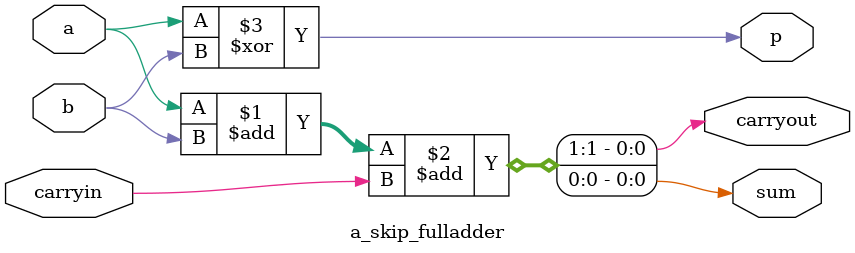
<source format=v>
`timescale 1ns / 1ps
module a_skip_fulladder(a,b,carryin,sum,carryout,p);
	input a,b,carryin;
	output sum,carryout,p;

	assign #2 {carryout,sum}=a+b+carryin;
	assign #2 p=a^b; // Might need #2
endmodule

</source>
